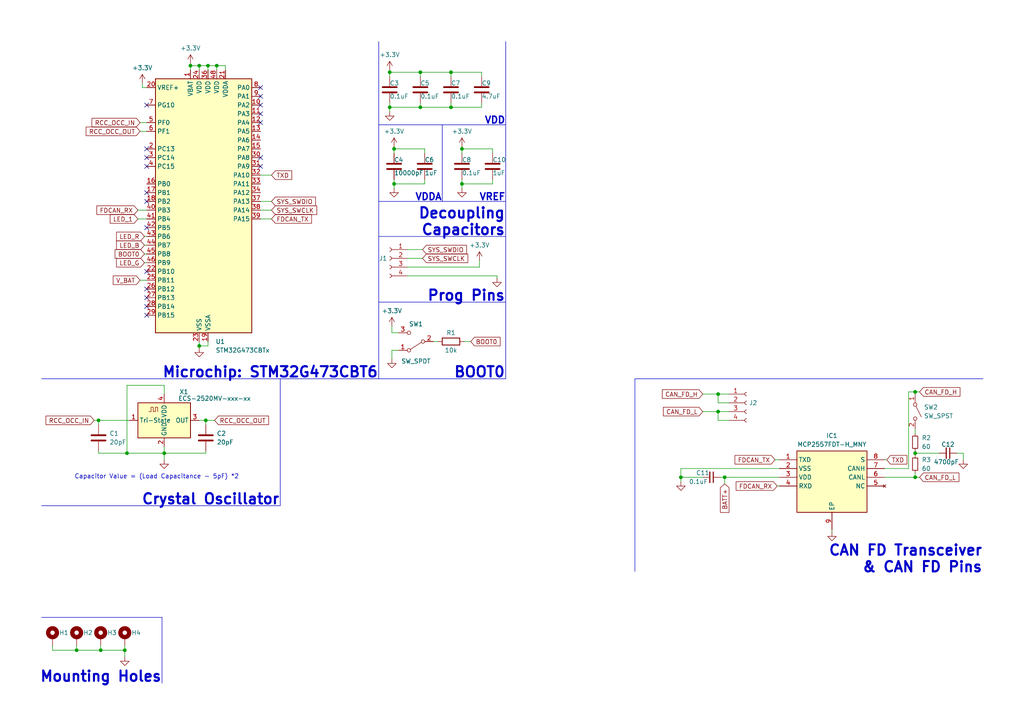
<source format=kicad_sch>
(kicad_sch (version 20230121) (generator eeschema)
  (paper "A4")
  (lib_symbols
    (symbol "Connector:Conn_01x04_Socket" (pin_names (offset 1.016) hide)
      (property "Reference" "J" (at 0 5.08 0))
      (property "Value" "Conn_01x04_Socket" (at 0 -7.62 0))
      (symbol "Conn_01x04_Socket_1_1"
        (arc (start 0 -4.572) (mid -0.5058 -5.08) (end 0 -5.588) (stroke (width 0.1524)))
        (arc (start 0 -2.032) (mid -0.5058 -2.54) (end 0 -3.048) (stroke (width 0.1524)))
        (polyline (pts (xy -1.27 -5.08) (xy -0.508 -5.08)) (stroke (width 0.1524)))
        (polyline (pts (xy -1.27 -2.54) (xy -0.508 -2.54)) (stroke (width 0.1524)))
        (polyline (pts (xy -1.27 0) (xy -0.508 0)) (stroke (width 0.1524)))
        (polyline (pts (xy -1.27 2.54) (xy -0.508 2.54)) (stroke (width 0.1524)))
        (arc (start 0 0.508) (mid -0.5058 0) (end 0 -0.508) (stroke (width 0.1524)))
        (arc (start 0 3.048) (mid -0.5058 2.54) (end 0 2.032) (stroke (width 0.1524)))
        (pin passive line (at -5.08 2.54 0) (length 3.81) (name "Pin_1") (number "1"))
        (pin passive line (at -5.08 0 0) (length 3.81) (name "Pin_2") (number "2"))
        (pin passive line (at -5.08 -2.54 0) (length 3.81) (name "Pin_3") (number "3"))
        (pin passive line (at -5.08 -5.08 0) (length 3.81) (name "Pin_4") (number "4"))
      )
    )
    (symbol "Device:C" (pin_numbers hide) (pin_names (offset 0.254))
      (property "Reference" "C" (at 0.635 2.54 0))
      (property "Value" "C" (at 0.635 -2.54 0))
      (symbol "C_0_1"
        (polyline (pts (xy -2.032 -0.762) (xy 2.032 -0.762)) (stroke (width 0.508)))
        (polyline (pts (xy -2.032 0.762) (xy 2.032 0.762)) (stroke (width 0.508)))
      )
      (symbol "C_1_1"
        (pin passive line (at 0 3.81 270) (length 2.794) (name "~") (number "1"))
        (pin passive line (at 0 -3.81 90) (length 2.794) (name "~") (number "2"))
      )
    )
    (symbol "Device:C_Small" (pin_numbers hide) (pin_names (offset 0.254) hide)
      (property "Reference" "C" (at 0.254 1.778 0))
      (property "Value" "C_Small" (at 0.254 -2.032 0))
      (symbol "C_Small_0_1"
        (polyline (pts (xy -1.524 -0.508) (xy 1.524 -0.508)) (stroke (width 0.3302)))
        (polyline (pts (xy -1.524 0.508) (xy 1.524 0.508)) (stroke (width 0.3048)))
      )
      (symbol "C_Small_1_1"
        (pin passive line (at 0 2.54 270) (length 2.032) (name "~") (number "1"))
        (pin passive line (at 0 -2.54 90) (length 2.032) (name "~") (number "2"))
      )
    )
    (symbol "Device:R" (pin_numbers hide) (pin_names (offset 0))
      (property "Reference" "R" (at 2.032 0 90))
      (property "Value" "R" (at 0 0 90))
      (symbol "R_0_1"
        (rectangle (start -1.016 -2.54) (end 1.016 2.54) (stroke (width 0.254)))
      )
      (symbol "R_1_1"
        (pin passive line (at 0 3.81 270) (length 1.27) (name "~") (number "1"))
        (pin passive line (at 0 -3.81 90) (length 1.27) (name "~") (number "2"))
      )
    )
    (symbol "Device:R_Small" (pin_numbers hide) (pin_names (offset 0.254) hide)
      (property "Reference" "R" (at 0.762 0.508 0))
      (property "Value" "R_Small" (at 0.762 -1.016 0))
      (symbol "R_Small_0_1"
        (rectangle (start -0.762 1.778) (end 0.762 -1.778) (stroke (width 0.2032)))
      )
      (symbol "R_Small_1_1"
        (pin passive line (at 0 2.54 270) (length 0.762) (name "~") (number "1"))
        (pin passive line (at 0 -2.54 90) (length 0.762) (name "~") (number "2"))
      )
    )
    (symbol "MCP2557FDT-H_MNY:MCP2557FDT-H_MNY"
      (property "Reference" "IC" (at 26.67 7.62 0))
      (property "Value" "MCP2557FDT-H_MNY" (at 26.67 5.08 0))
      (symbol "MCP2557FDT-H_MNY_1_1"
        (rectangle (start 5.08 2.54) (end 25.4 -15.24) (stroke (width 0.254)) (fill (type background)))
        (pin passive line (at 0 0 0) (length 5.08) (name "TXD") (number "1"))
        (pin passive line (at 0 -2.54 0) (length 5.08) (name "VSS") (number "2"))
        (pin passive line (at 0 -5.08 0) (length 5.08) (name "VDD") (number "3"))
        (pin passive line (at 0 -7.62 0) (length 5.08) (name "RXD") (number "4"))
        (pin no_connect line (at 30.48 -7.62 180) (length 5.08) (name "NC") (number "5"))
        (pin passive line (at 30.48 -5.08 180) (length 5.08) (name "CANL") (number "6"))
        (pin passive line (at 30.48 -2.54 180) (length 5.08) (name "CANH") (number "7"))
        (pin passive line (at 30.48 0 180) (length 5.08) (name "S") (number "8"))
        (pin passive line (at 15.24 -20.32 90) (length 5.08) (name "EP") (number "9"))
      )
    )
    (symbol "MCU_ST_STM32G4:STM32G473CBTx"
      (property "Reference" "U" (at -12.7 39.37 0))
      (property "Value" "STM32G473CBTx" (at 10.16 39.37 0))
      (symbol "STM32G473CBTx_0_1"
        (rectangle (start -12.7 -35.56) (end 15.24 38.1) (stroke (width 0.254)) (fill (type background)))
      )
      (symbol "STM32G473CBTx_1_1"
        (pin power_in line (at -2.54 40.64 270) (length 2.54) (name "VBAT") (number "1"))
        (pin bidirectional line (at 17.78 30.48 180) (length 2.54) (name "PA2") (number "10"))
        (pin bidirectional line (at 17.78 27.94 180) (length 2.54) (name "PA3") (number "11"))
        (pin bidirectional line (at 17.78 25.4 180) (length 2.54) (name "PA4") (number "12"))
        (pin bidirectional line (at 17.78 22.86 180) (length 2.54) (name "PA5") (number "13"))
        (pin bidirectional line (at 17.78 20.32 180) (length 2.54) (name "PA6") (number "14"))
        (pin bidirectional line (at 17.78 17.78 180) (length 2.54) (name "PA7") (number "15"))
        (pin bidirectional line (at -15.24 7.62 0) (length 2.54) (name "PB0") (number "16"))
        (pin bidirectional line (at -15.24 5.08 0) (length 2.54) (name "PB1") (number "17"))
        (pin bidirectional line (at -15.24 2.54 0) (length 2.54) (name "PB2") (number "18"))
        (pin power_in line (at 2.54 -38.1 90) (length 2.54) (name "VSSA") (number "19"))
        (pin bidirectional line (at -15.24 17.78 0) (length 2.54) (name "PC13") (number "2"))
        (pin input line (at -15.24 35.56 0) (length 2.54) (name "VREF+") (number "20"))
        (pin power_in line (at 7.62 40.64 270) (length 2.54) (name "VDDA") (number "21"))
        (pin bidirectional line (at -15.24 -17.78 0) (length 2.54) (name "PB10") (number "22"))
        (pin power_in line (at 0 -38.1 90) (length 2.54) (name "VSS") (number "23"))
        (pin power_in line (at 0 40.64 270) (length 2.54) (name "VDD") (number "24"))
        (pin bidirectional line (at -15.24 -20.32 0) (length 2.54) (name "PB11") (number "25"))
        (pin bidirectional line (at -15.24 -22.86 0) (length 2.54) (name "PB12") (number "26"))
        (pin bidirectional line (at -15.24 -25.4 0) (length 2.54) (name "PB13") (number "27"))
        (pin bidirectional line (at -15.24 -27.94 0) (length 2.54) (name "PB14") (number "28"))
        (pin bidirectional line (at -15.24 -30.48 0) (length 2.54) (name "PB15") (number "29"))
        (pin bidirectional line (at -15.24 15.24 0) (length 2.54) (name "PC14") (number "3"))
        (pin bidirectional line (at 17.78 15.24 180) (length 2.54) (name "PA8") (number "30"))
        (pin bidirectional line (at 17.78 12.7 180) (length 2.54) (name "PA9") (number "31"))
        (pin bidirectional line (at 17.78 10.16 180) (length 2.54) (name "PA10") (number "32"))
        (pin bidirectional line (at 17.78 7.62 180) (length 2.54) (name "PA11") (number "33"))
        (pin bidirectional line (at 17.78 5.08 180) (length 2.54) (name "PA12") (number "34"))
        (pin passive line (at 0 -38.1 90) (length 2.54) hide (name "VSS") (number "35"))
        (pin power_in line (at 2.54 40.64 270) (length 2.54) (name "VDD") (number "36"))
        (pin bidirectional line (at 17.78 2.54 180) (length 2.54) (name "PA13") (number "37"))
        (pin bidirectional line (at 17.78 0 180) (length 2.54) (name "PA14") (number "38"))
        (pin bidirectional line (at 17.78 -2.54 180) (length 2.54) (name "PA15") (number "39"))
        (pin bidirectional line (at -15.24 12.7 0) (length 2.54) (name "PC15") (number "4"))
        (pin bidirectional line (at -15.24 0 0) (length 2.54) (name "PB3") (number "40"))
        (pin bidirectional line (at -15.24 -2.54 0) (length 2.54) (name "PB4") (number "41"))
        (pin bidirectional line (at -15.24 -5.08 0) (length 2.54) (name "PB5") (number "42"))
        (pin bidirectional line (at -15.24 -7.62 0) (length 2.54) (name "PB6") (number "43"))
        (pin bidirectional line (at -15.24 -10.16 0) (length 2.54) (name "PB7") (number "44"))
        (pin bidirectional line (at -15.24 -12.7 0) (length 2.54) (name "PB8") (number "45"))
        (pin bidirectional line (at -15.24 -15.24 0) (length 2.54) (name "PB9") (number "46"))
        (pin passive line (at 0 -38.1 90) (length 2.54) hide (name "VSS") (number "47"))
        (pin power_in line (at 5.08 40.64 270) (length 2.54) (name "VDD") (number "48"))
        (pin bidirectional line (at -15.24 25.4 0) (length 2.54) (name "PF0") (number "5"))
        (pin bidirectional line (at -15.24 22.86 0) (length 2.54) (name "PF1") (number "6"))
        (pin bidirectional line (at -15.24 30.48 0) (length 2.54) (name "PG10") (number "7"))
        (pin bidirectional line (at 17.78 35.56 180) (length 2.54) (name "PA0") (number "8"))
        (pin bidirectional line (at 17.78 33.02 180) (length 2.54) (name "PA1") (number "9"))
      )
    )
    (symbol "Mechanical:MountingHole_Pad" (pin_numbers hide) (pin_names (offset 1.016) hide)
      (property "Reference" "H" (at 0 6.35 0))
      (property "Value" "MountingHole_Pad" (at 0 4.445 0))
      (symbol "MountingHole_Pad_0_1"
        (circle (center 0 1.27) (radius 1.27) (stroke (width 1.27)))
      )
      (symbol "MountingHole_Pad_1_1"
        (pin input line (at 0 -2.54 90) (length 2.54) (name "1") (number "1"))
      )
    )
    (symbol "Oscillator:ECS-2520MV-xxx-xx"
      (property "Reference" "X" (at -5.08 6.35 0))
      (property "Value" "ECS-2520MV-xxx-xx" (at 1.27 -6.35 0))
      (symbol "ECS-2520MV-xxx-xx_0_1"
        (rectangle (start -7.62 5.08) (end 7.62 -5.08) (stroke (width 0.254)) (fill (type background)))
        (polyline (pts (xy -4.445 2.54) (xy -3.81 2.54) (xy -3.81 3.81) (xy -3.175 3.81) (xy -3.175 2.54) (xy -2.54 2.54) (xy -2.54 3.81) (xy -1.905 3.81) (xy -1.905 2.54)))
      )
      (symbol "ECS-2520MV-xxx-xx_1_1"
        (pin input line (at -10.16 0 0) (length 2.54) (name "Tri-State") (number "1"))
        (pin power_in line (at 0 -7.62 90) (length 2.54) (name "GND") (number "2"))
        (pin output line (at 10.16 0 180) (length 2.54) (name "OUT") (number "3"))
        (pin power_in line (at 0 7.62 270) (length 2.54) (name "VDD") (number "4"))
      )
    )
    (symbol "Switch:SW_SPDT" (pin_names (offset 0) hide)
      (property "Reference" "SW" (at 0 4.318 0))
      (property "Value" "SW_SPDT" (at 0 -5.08 0))
      (symbol "SW_SPDT_0_0"
        (circle (center -2.032 0) (radius 0.508))
        (circle (center 2.032 -2.54) (radius 0.508))
      )
      (symbol "SW_SPDT_0_1"
        (polyline (pts (xy -1.524 0.254) (xy 1.651 2.286)))
        (circle (center 2.032 2.54) (radius 0.508))
      )
      (symbol "SW_SPDT_1_1"
        (pin passive line (at 5.08 2.54 180) (length 2.54) (name "A") (number "1"))
        (pin passive line (at -5.08 0 0) (length 2.54) (name "B") (number "2"))
        (pin passive line (at 5.08 -2.54 180) (length 2.54) (name "C") (number "3"))
      )
    )
    (symbol "Switch:SW_SPST" (pin_names (offset 0) hide)
      (property "Reference" "SW" (at 0 3.175 0))
      (property "Value" "SW_SPST" (at 0 -2.54 0))
      (symbol "SW_SPST_0_0"
        (circle (center -2.032 0) (radius 0.508))
        (polyline (pts (xy -1.524 0.254) (xy 1.524 1.778)))
        (circle (center 2.032 0) (radius 0.508))
      )
      (symbol "SW_SPST_1_1"
        (pin passive line (at -5.08 0 0) (length 2.54) (name "A") (number "1"))
        (pin passive line (at 5.08 0 180) (length 2.54) (name "B") (number "2"))
      )
    )
    (symbol "power:+3.3V" (power) (pin_names (offset 0))
      (property "Value" "+3.3V" (at 0 3.556 0))
      (symbol "+3.3V_0_1"
        (polyline (pts (xy -0.762 1.27) (xy 0 2.54)))
        (polyline (pts (xy 0 0) (xy 0 2.54)))
        (polyline (pts (xy 0 2.54) (xy 0.762 1.27)))
      )
      (symbol "+3.3V_1_1"
        (pin power_in line (at 0 0 90) (length 0) hide (name "+3.3V") (number "1"))
      )
    )
    (symbol "power:GND" (power) (pin_names (offset 0))
      (property "Value" "GND" (at 0 -3.81 0))
      (symbol "GND_0_1"
        (polyline (pts (xy 0 0) (xy 0 -1.27) (xy 1.27 -1.27) (xy 0 -2.54) (xy -1.27 -1.27) (xy 0 -1.27)))
      )
      (symbol "GND_1_1"
        (pin power_in line (at 0 0 270) (length 0) hide (name "GND") (number "1"))
      )
    )
  )
  (junction (at 59.69 121.92))
  (junction (at 121.92 31.115))
  (junction (at 113.03 20.955))
  (junction (at 29.21 188.595))
  (junction (at 36.83 131.445))
  (junction (at 197.485 138.43))
  (junction (at 208.28 119.38))
  (junction (at 28.575 121.92))
  (junction (at 130.81 20.955))
  (junction (at 57.785 19.05))
  (junction (at 22.225 188.595))
  (junction (at 133.985 43.18))
  (junction (at 210.185 138.43))
  (junction (at 265.43 138.43))
  (junction (at 55.245 19.05))
  (junction (at 265.43 131.445))
  (junction (at 57.785 100.33))
  (junction (at 47.625 131.445))
  (junction (at 121.92 20.955))
  (junction (at 36.195 188.595))
  (junction (at 113.03 31.115))
  (junction (at 265.43 113.665))
  (junction (at 114.3 53.34))
  (junction (at 208.28 114.3))
  (junction (at 62.865 19.05))
  (junction (at 114.3 43.18))
  (junction (at 60.325 19.05))
  (junction (at 133.985 53.34))
  (junction (at 130.81 31.115))
  (no_connect (at 42.545 86.36))
  (no_connect (at 42.545 45.72))
  (no_connect (at 42.545 58.42))
  (no_connect (at 42.545 78.74))
  (no_connect (at 75.565 25.4))
  (no_connect (at 42.545 83.82))
  (no_connect (at 75.565 27.94))
  (no_connect (at 42.545 91.44))
  (no_connect (at 42.545 55.88))
  (no_connect (at 75.565 30.48))
  (no_connect (at 75.565 33.02))
  (no_connect (at 42.545 43.18))
  (no_connect (at 42.545 66.04))
  (no_connect (at 42.545 30.48))
  (no_connect (at 75.565 35.56))
  (no_connect (at 75.565 48.26))
  (no_connect (at 42.545 48.26))
  (no_connect (at 42.545 88.9))
  (no_connect (at 75.565 45.72))
  (wire (pts (xy 142.875 52.07) (xy 142.875 53.34)))
  (wire (pts (xy 226.06 140.97) (xy 225.425 140.97)))
  (wire (pts (xy 114.3 42.545) (xy 114.3 43.18)))
  (wire (pts (xy 47.625 114.3) (xy 47.625 111.76)))
  (wire (pts (xy 62.23 121.92) (xy 59.69 121.92)))
  (wire (pts (xy 59.69 123.19) (xy 59.69 121.92)))
  (wire (pts (xy 265.43 131.445) (xy 265.43 132.08)))
  (wire (pts (xy 203.835 138.43) (xy 197.485 138.43)))
  (wire (pts (xy 60.325 100.33) (xy 57.785 100.33)))
  (wire (pts (xy 36.195 188.595) (xy 36.195 190.5)))
  (wire (pts (xy 226.06 138.43) (xy 210.185 138.43)))
  (wire (pts (xy 139.7 29.845) (xy 139.7 31.115)))
  (wire (pts (xy 113.665 94.615) (xy 113.665 96.52)))
  (wire (pts (xy 78.74 63.5) (xy 75.565 63.5)))
  (wire (pts (xy 41.91 68.58) (xy 42.545 68.58)))
  (wire (pts (xy 122.555 74.93) (xy 118.11 74.93)))
  (wire (pts (xy 265.43 131.445) (xy 272.415 131.445)))
  (wire (pts (xy 130.81 31.115) (xy 121.92 31.115)))
  (wire (pts (xy 226.06 135.89) (xy 197.485 135.89)))
  (wire (pts (xy 263.525 113.665) (xy 265.43 113.665)))
  (wire (pts (xy 139.065 75.565) (xy 139.065 77.47)))
  (wire (pts (xy 28.575 121.92) (xy 37.465 121.92)))
  (wire (pts (xy 130.81 20.955) (xy 121.92 20.955)))
  (polyline (pts (xy 109.855 68.58) (xy 146.685 68.58)))
  (wire (pts (xy 57.785 100.33) (xy 57.785 100.965)))
  (wire (pts (xy 197.485 135.89) (xy 197.485 138.43)))
  (wire (pts (xy 113.03 29.845) (xy 113.03 31.115)))
  (wire (pts (xy 55.245 19.05) (xy 55.245 20.32)))
  (polyline (pts (xy 109.855 12.065) (xy 109.855 109.855)))
  (wire (pts (xy 57.785 99.06) (xy 57.785 100.33)))
  (wire (pts (xy 113.03 20.32) (xy 113.03 20.955)))
  (polyline (pts (xy 128.27 36.195) (xy 128.27 58.42)))
  (wire (pts (xy 256.54 133.35) (xy 257.175 133.35)))
  (wire (pts (xy 36.195 187.325) (xy 36.195 188.595)))
  (wire (pts (xy 29.21 188.595) (xy 36.195 188.595)))
  (polyline (pts (xy 46.99 198.12) (xy 46.99 179.07)))
  (wire (pts (xy 211.455 119.38) (xy 208.28 119.38)))
  (wire (pts (xy 28.575 130.81) (xy 28.575 131.445)))
  (wire (pts (xy 130.81 29.845) (xy 130.81 31.115)))
  (wire (pts (xy 256.54 135.89) (xy 263.525 135.89)))
  (wire (pts (xy 41.91 71.12) (xy 42.545 71.12)))
  (wire (pts (xy 60.325 99.06) (xy 60.325 100.33)))
  (wire (pts (xy 127 99.06) (xy 125.73 99.06)))
  (polyline (pts (xy 184.15 109.855) (xy 285.115 109.855)))
  (wire (pts (xy 123.19 43.18) (xy 114.3 43.18)))
  (polyline (pts (xy 109.855 58.42) (xy 146.685 58.42)))
  (wire (pts (xy 40.64 38.1) (xy 42.545 38.1)))
  (wire (pts (xy 208.28 116.84) (xy 208.28 114.3)))
  (wire (pts (xy 130.81 20.955) (xy 130.81 22.225)))
  (wire (pts (xy 114.3 52.07) (xy 114.3 53.34)))
  (wire (pts (xy 265.43 138.43) (xy 265.43 137.16)))
  (wire (pts (xy 40.64 35.56) (xy 42.545 35.56)))
  (polyline (pts (xy 146.685 87.63) (xy 109.855 87.63)))
  (wire (pts (xy 36.83 131.445) (xy 47.625 131.445)))
  (wire (pts (xy 113.03 31.115) (xy 113.03 32.385)))
  (wire (pts (xy 210.185 140.335) (xy 210.185 138.43)))
  (wire (pts (xy 78.74 50.8) (xy 75.565 50.8)))
  (wire (pts (xy 256.54 138.43) (xy 265.43 138.43)))
  (wire (pts (xy 133.985 53.34) (xy 133.985 54.61)))
  (wire (pts (xy 208.915 138.43) (xy 210.185 138.43)))
  (wire (pts (xy 142.875 43.18) (xy 133.985 43.18)))
  (wire (pts (xy 47.625 129.54) (xy 47.625 131.445)))
  (wire (pts (xy 115.57 101.6) (xy 113.665 101.6)))
  (polyline (pts (xy 109.855 36.195) (xy 146.685 36.195)))
  (wire (pts (xy 28.575 123.19) (xy 28.575 121.92)))
  (wire (pts (xy 122.555 72.39) (xy 118.11 72.39)))
  (wire (pts (xy 121.92 31.115) (xy 113.03 31.115)))
  (wire (pts (xy 113.665 101.6) (xy 113.665 104.14)))
  (wire (pts (xy 203.835 119.38) (xy 208.28 119.38)))
  (wire (pts (xy 197.485 138.43) (xy 197.485 139.7)))
  (wire (pts (xy 57.785 19.05) (xy 57.785 20.32)))
  (polyline (pts (xy 12.065 109.855) (xy 109.855 109.855)))
  (wire (pts (xy 203.835 114.3) (xy 208.28 114.3)))
  (wire (pts (xy 123.19 53.34) (xy 114.3 53.34)))
  (wire (pts (xy 133.985 43.18) (xy 133.985 44.45)))
  (wire (pts (xy 41.275 24.13) (xy 41.275 25.4)))
  (wire (pts (xy 40.64 81.28) (xy 42.545 81.28)))
  (polyline (pts (xy 12.065 146.685) (xy 81.28 146.685)))
  (wire (pts (xy 114.3 43.18) (xy 114.3 44.45)))
  (polyline (pts (xy 184.15 165.735) (xy 184.15 109.855)))
  (wire (pts (xy 265.43 138.43) (xy 266.7 138.43)))
  (wire (pts (xy 114.3 53.34) (xy 114.3 54.61)))
  (wire (pts (xy 136.525 99.06) (xy 134.62 99.06)))
  (wire (pts (xy 15.24 188.595) (xy 22.225 188.595)))
  (wire (pts (xy 277.495 131.445) (xy 279.4 131.445)))
  (wire (pts (xy 211.455 121.92) (xy 208.28 121.92)))
  (wire (pts (xy 133.985 52.07) (xy 133.985 53.34)))
  (wire (pts (xy 59.69 130.81) (xy 59.69 131.445)))
  (wire (pts (xy 121.92 20.955) (xy 121.92 22.225)))
  (wire (pts (xy 142.875 43.18) (xy 142.875 44.45)))
  (wire (pts (xy 41.275 25.4) (xy 42.545 25.4)))
  (wire (pts (xy 139.7 31.115) (xy 130.81 31.115)))
  (wire (pts (xy 121.92 29.845) (xy 121.92 31.115)))
  (wire (pts (xy 29.21 187.325) (xy 29.21 188.595)))
  (wire (pts (xy 78.74 58.42) (xy 75.565 58.42)))
  (wire (pts (xy 139.7 20.955) (xy 130.81 20.955)))
  (polyline (pts (xy 146.685 12.065) (xy 146.685 109.855)))
  (polyline (pts (xy 81.28 146.685) (xy 81.28 109.855)))
  (wire (pts (xy 59.69 121.92) (xy 57.785 121.92)))
  (wire (pts (xy 113.665 96.52) (xy 115.57 96.52)))
  (wire (pts (xy 55.245 18.415) (xy 55.245 19.05)))
  (wire (pts (xy 27.305 121.92) (xy 28.575 121.92)))
  (wire (pts (xy 40.005 63.5) (xy 42.545 63.5)))
  (wire (pts (xy 144.145 80.645) (xy 144.145 80.01)))
  (wire (pts (xy 133.985 42.545) (xy 133.985 43.18)))
  (wire (pts (xy 113.03 20.955) (xy 113.03 22.225)))
  (wire (pts (xy 65.405 20.32) (xy 65.405 19.05)))
  (wire (pts (xy 226.06 133.35) (xy 224.79 133.35)))
  (wire (pts (xy 57.785 19.05) (xy 55.245 19.05)))
  (wire (pts (xy 41.91 73.66) (xy 42.545 73.66)))
  (wire (pts (xy 265.43 131.445) (xy 265.43 130.81)))
  (wire (pts (xy 60.325 19.05) (xy 60.325 20.32)))
  (wire (pts (xy 47.625 111.76) (xy 36.83 111.76)))
  (wire (pts (xy 123.19 52.07) (xy 123.19 53.34)))
  (wire (pts (xy 208.28 121.92) (xy 208.28 119.38)))
  (wire (pts (xy 139.7 22.225) (xy 139.7 20.955)))
  (wire (pts (xy 59.69 131.445) (xy 47.625 131.445)))
  (wire (pts (xy 265.43 113.665) (xy 266.7 113.665)))
  (wire (pts (xy 65.405 19.05) (xy 62.865 19.05)))
  (wire (pts (xy 36.83 111.76) (xy 36.83 131.445)))
  (wire (pts (xy 41.91 76.2) (xy 42.545 76.2)))
  (wire (pts (xy 279.4 131.445) (xy 279.4 133.35)))
  (wire (pts (xy 144.145 80.01) (xy 118.11 80.01)))
  (wire (pts (xy 47.625 131.445) (xy 47.625 133.35)))
  (wire (pts (xy 118.11 77.47) (xy 139.065 77.47)))
  (wire (pts (xy 241.3 154.305) (xy 241.3 153.67)))
  (wire (pts (xy 265.43 113.665) (xy 265.43 114.3)))
  (wire (pts (xy 36.83 131.445) (xy 28.575 131.445)))
  (wire (pts (xy 15.24 187.325) (xy 15.24 188.595)))
  (wire (pts (xy 211.455 114.3) (xy 208.28 114.3)))
  (wire (pts (xy 40.005 60.96) (xy 42.545 60.96)))
  (wire (pts (xy 62.865 19.05) (xy 60.325 19.05)))
  (wire (pts (xy 22.225 188.595) (xy 29.21 188.595)))
  (wire (pts (xy 265.43 124.46) (xy 265.43 125.73)))
  (polyline (pts (xy 12.065 179.07) (xy 46.99 179.07)))
  (wire (pts (xy 60.325 19.05) (xy 57.785 19.05)))
  (wire (pts (xy 22.225 187.325) (xy 22.225 188.595)))
  (wire (pts (xy 211.455 116.84) (xy 208.28 116.84)))
  (wire (pts (xy 62.865 19.05) (xy 62.865 20.32)))
  (wire (pts (xy 123.19 43.18) (xy 123.19 44.45)))
  (wire (pts (xy 263.525 113.665) (xy 263.525 135.89)))
  (wire (pts (xy 78.74 60.96) (xy 75.565 60.96)))
  (wire (pts (xy 142.875 53.34) (xy 133.985 53.34)))
  (polyline (pts (xy 146.685 109.855) (xy 109.855 109.855)))
  (wire (pts (xy 121.92 20.955) (xy 113.03 20.955)))
  (text "CAN FD Transceiver\n& CAN FD Pins" (at 285.115 166.37 0) (effects (font (size 3 3) (thickness 0.6) bold) (justify right bottom)))
  (text "Microchip: STM32G473CBT6" (at 109.855 109.855 0) (effects (font (size 3 3) (thickness 0.6) bold) (justify right bottom)))
  (text "Crystal Oscillator" (at 81.28 146.685 0) (effects (font (size 3 3) (thickness 0.6) bold) (justify right bottom)))
  (text "Mounting Holes" (at 11.43 198.12 0) (effects (font (size 3 3) (thickness 0.6) bold) (justify left bottom)))
  (text "VREF" (at 146.685 58.42 0) (effects (font (size 2 2) (thickness 0.4) bold) (justify right bottom)))
  (text "VDDA" (at 128.27 58.42 0) (effects (font (size 2 2) (thickness 0.4) bold) (justify right bottom)))
  (text "BOOT0" (at 146.685 109.855 0) (effects (font (size 3 3) (thickness 0.6) bold) (justify right bottom)))
  (text "Decoupling\nCapacitors" (at 146.685 68.58 0) (effects (font (size 3 3) (thickness 0.6) bold) (justify right bottom)))
  (text "Capacitor Value = (Load Capacitance - 5pF) *2" (at 21.59 139.065 0) (effects (font (size 1.27 1.27)) (justify left bottom)))
  (text "VDD" (at 146.685 36.195 0) (effects (font (size 2 2) (thickness 0.4) bold) (justify right bottom)))
  (text "Prog Pins" (at 146.685 87.63 0) (effects (font (size 3 3) (thickness 0.6) bold) (justify right bottom)))
  (global_label "RCC_OCC_IN" (shape input) (at 40.64 35.56 180) (property "Intersheetrefs" "${INTERSHEET_REFS}" (effects hide)))
  (global_label "FDCAN_RX" (shape input) (at 225.425 140.97 180) (property "Intersheetrefs" "${INTERSHEET_REFS}" (effects hide)))
  (global_label "LED_B" (shape input) (at 41.91 71.12 180) (property "Intersheetrefs" "${INTERSHEET_REFS}" (effects hide)))
  (global_label "SYS_SWDIO" (shape input) (at 122.555 72.39 0) (property "Intersheetrefs" "${INTERSHEET_REFS}" (effects hide)))
  (global_label "TXD" (shape input) (at 78.74 50.8 0) (property "Intersheetrefs" "${INTERSHEET_REFS}" (effects hide)))
  (global_label "BOOT0" (shape input) (at 136.525 99.06 0) (property "Intersheetrefs" "${INTERSHEET_REFS}" (effects hide)))
  (global_label "SYS_SWCLK" (shape input) (at 78.74 60.96 0) (property "Intersheetrefs" "${INTERSHEET_REFS}" (effects hide)))
  (global_label "FDCAN_TX" (shape input) (at 78.74 63.5 0) (property "Intersheetrefs" "${INTERSHEET_REFS}" (effects hide)))
  (global_label "BATT+" (shape input) (at 210.185 140.335 270) (property "Intersheetrefs" "${INTERSHEET_REFS}" (effects hide)))
  (global_label "RCC_OCC_OUT" (shape input) (at 40.64 38.1 180) (property "Intersheetrefs" "${INTERSHEET_REFS}" (effects hide)))
  (global_label "BOOT0" (shape input) (at 41.91 73.66 180) (property "Intersheetrefs" "${INTERSHEET_REFS}" (effects hide)))
  (global_label "FDCAN_RX" (shape input) (at 40.005 60.96 180) (property "Intersheetrefs" "${INTERSHEET_REFS}" (effects hide)))
  (global_label "CAN_FD_H" (shape input) (at 266.7 113.665 0) (property "Intersheetrefs" "${INTERSHEET_REFS}" (effects hide)))
  (global_label "FDCAN_TX" (shape input) (at 224.79 133.35 180) (property "Intersheetrefs" "${INTERSHEET_REFS}" (effects hide)))
  (global_label "LED_R" (shape input) (at 41.91 68.58 180) (property "Intersheetrefs" "${INTERSHEET_REFS}" (effects hide)))
  (global_label "LED_1" (shape input) (at 40.005 63.5 180) (property "Intersheetrefs" "${INTERSHEET_REFS}" (effects hide)))
  (global_label "CAN_FD_H" (shape input) (at 203.835 114.3 180) (property "Intersheetrefs" "${INTERSHEET_REFS}" (effects hide)))
  (global_label "SYS_SWDIO" (shape input) (at 78.74 58.42 0) (property "Intersheetrefs" "${INTERSHEET_REFS}" (effects hide)))
  (global_label "CAN_FD_L" (shape input) (at 203.835 119.38 180) (property "Intersheetrefs" "${INTERSHEET_REFS}" (effects hide)))
  (global_label "LED_G" (shape input) (at 41.91 76.2 180) (property "Intersheetrefs" "${INTERSHEET_REFS}" (effects hide)))
  (global_label "SYS_SWCLK" (shape input) (at 122.555 74.93 0) (property "Intersheetrefs" "${INTERSHEET_REFS}" (effects hide)))
  (global_label "RCC_OCC_OUT" (shape input) (at 62.23 121.92 0) (property "Intersheetrefs" "${INTERSHEET_REFS}" (effects hide)))
  (global_label "V_BAT" (shape input) (at 40.64 81.28 180) (property "Intersheetrefs" "${INTERSHEET_REFS}" (effects hide)))
  (global_label "CAN_FD_L" (shape input) (at 266.7 138.43 0) (property "Intersheetrefs" "${INTERSHEET_REFS}" (effects hide)))
  (global_label "RCC_OCC_IN" (shape input) (at 27.305 121.92 180) (property "Intersheetrefs" "${INTERSHEET_REFS}" (effects hide)))
  (global_label "TXD" (shape input) (at 257.175 133.35 0) (property "Intersheetrefs" "${INTERSHEET_REFS}" (effects hide)))
  (symbol (lib_id "power:GND") (at 197.485 139.7 0) (unit 1)
    (property "Reference" "#PWR016" (effects hide))
    (property "Value" "GND" (effects hide))
  )
  (symbol (lib_id "power:GND") (at 57.785 100.965 0) (unit 1)
    (property "Reference" "#PWR06" (effects hide))
    (property "Value" "GND" (effects hide))
  )
  (symbol (lib_id "power:GND") (at 36.195 190.5 0) (unit 1)
    (property "Reference" "#PWR015" (effects hide))
    (property "Value" "GND" (effects hide))
  )
  (symbol (lib_id "Device:C") (at 28.575 127 0) (unit 1)
    (property "Reference" "C1" (at 31.75 125.73 0) (effects (justify left)))
    (property "Value" "20pF" (at 31.75 128.27 0) (effects (justify left)))
    (property "Footprint" "Capacitor_SMD:C_0402_1005Metric" (effects hide))
  )
  (symbol (lib_id "power:GND") (at 133.985 54.61 0) (unit 1)
    (property "Reference" "#PWR012" (effects hide))
    (property "Value" "GND" (effects hide))
  )
  (symbol (lib_id "Mechanical:MountingHole_Pad") (at 29.21 184.785 0) (unit 1)
    (property "Reference" "H3" (at 31.115 183.515 0) (effects (justify left)))
    (property "Value" "MountingHole_Pad" (effects hide))
    (property "Footprint" "MountingHole:MountingHole_2.2mm_M2_ISO7380_Pad" (effects hide))
  )
  (symbol (lib_id "power:GND") (at 114.3 54.61 0) (unit 1)
    (property "Reference" "#PWR010" (effects hide))
    (property "Value" "GND" (effects hide))
  )
  (symbol (lib_id "Switch:SW_SPDT") (at 120.65 99.06 180) (unit 1)
    (property "Reference" "SW1" (at 120.65 93.98 0))
    (property "Value" "SW_SPDT" (at 120.65 104.775 0))
    (property "Footprint" "Jumper:SolderJumper-3_P1.3mm_Open_RoundedPad1.0x1.5mm_NumberLabels" (effects hide))
  )
  (symbol (lib_id "power:GND") (at 144.145 80.645 0) (unit 1)
    (property "Reference" "#PWR014" (effects hide))
    (property "Value" "GND" (effects hide))
  )
  (symbol (lib_id "Mechanical:MountingHole_Pad") (at 22.225 184.785 0) (unit 1)
    (property "Reference" "H2" (at 24.13 183.515 0) (effects (justify left)))
    (property "Value" "MountingHole_Pad" (effects hide))
    (property "Footprint" "MountingHole:MountingHole_2.2mm_M2_ISO7380_Pad" (effects hide))
  )
  (symbol (lib_id "Connector:Conn_01x04_Socket") (at 113.03 74.93 0) (mirror y) (unit 1)
    (property "Reference" "J1" (at 111.125 74.93 0))
    (property "Value" "Conn_01x04_Socket" (effects hide))
    (property "Footprint" "Connector_PinHeader_2.54mm:PinHeader_1x04_P2.54mm_Vertical" (effects hide))
  )
  (symbol (lib_id "Device:C") (at 139.7 26.035 0) (unit 1)
    (property "Reference" "C9" (at 139.7 24.13 0) (effects (justify left)))
    (property "Value" "4.7uF" (at 139.7 27.94 0) (effects (justify left)))
    (property "Footprint" "Capacitor_SMD:C_0603_1608Metric" (effects hide))
  )
  (symbol (lib_id "power:+3.3V") (at 113.665 94.615 0) (unit 1)
    (property "Reference" "#PWR01" (effects hide))
    (property "Value" "+3.3V" (at 113.665 90.17 0))
  )
  (symbol (lib_id "MCU_ST_STM32G4:STM32G473CBTx") (at 57.785 60.96 0) (unit 1)
    (property "Reference" "U1" (at 62.5191 99.06 0) (effects (justify left)))
    (property "Value" "STM32G473CBTx" (at 62.5191 101.6 0) (effects (justify left)))
    (property "Footprint" "Package_QFP:LQFP-48_7x7mm_P0.5mm" (effects hide))
    (property "Datasheet" "https://www.st.com/resource/en/datasheet/stm32g473cb.pdf" (effects hide))
  )
  (symbol (lib_id "Device:C") (at 121.92 26.035 0) (unit 1)
    (property "Reference" "C5" (at 121.92 24.13 0) (effects (justify left)))
    (property "Value" "0.1uF" (at 121.92 27.94 0) (effects (justify left)))
    (property "Footprint" "Capacitor_SMD:C_0402_1005Metric" (effects hide))
  )
  (symbol (lib_id "Device:C") (at 59.69 127 0) (unit 1)
    (property "Reference" "C2" (at 62.865 125.73 0) (effects (justify left)))
    (property "Value" "20pF" (at 62.865 128.27 0) (effects (justify left)))
    (property "Footprint" "Capacitor_SMD:C_0402_1005Metric" (effects hide))
  )
  (symbol (lib_id "Device:C") (at 130.81 26.035 0) (unit 1)
    (property "Reference" "C7" (at 130.81 24.13 0) (effects (justify left)))
    (property "Value" "0.1uF" (at 130.81 27.94 0) (effects (justify left)))
    (property "Footprint" "Capacitor_SMD:C_0402_1005Metric" (effects hide))
  )
  (symbol (lib_id "power:GND") (at 279.4 133.35 0) (unit 1)
    (property "Reference" "#PWR018" (effects hide))
    (property "Value" "GND" (effects hide))
  )
  (symbol (lib_id "Mechanical:MountingHole_Pad") (at 36.195 184.785 0) (unit 1)
    (property "Reference" "H4" (at 38.1 183.515 0) (effects (justify left)))
    (property "Value" "MountingHole_Pad" (effects hide))
    (property "Footprint" "MountingHole:MountingHole_2.2mm_M2_ISO7380_Pad" (effects hide))
  )
  (symbol (lib_id "Device:C") (at 113.03 26.035 0) (unit 1)
    (property "Reference" "C3" (at 113.03 24.13 0) (effects (justify left)))
    (property "Value" "0.1uF" (at 113.03 27.94 0) (effects (justify left)))
    (property "Footprint" "Capacitor_SMD:C_0402_1005Metric" (effects hide))
  )
  (symbol (lib_id "Mechanical:MountingHole_Pad") (at 15.24 184.785 0) (unit 1)
    (property "Reference" "H1" (at 17.145 183.515 0) (effects (justify left)))
    (property "Value" "MountingHole_Pad" (effects hide))
    (property "Footprint" "MountingHole:MountingHole_2.2mm_M2_ISO7380_Pad" (effects hide))
  )
  (symbol (lib_id "Device:R_Small") (at 265.43 128.27 0) (unit 1)
    (property "Reference" "R2" (at 267.335 127 0) (effects (justify left)))
    (property "Value" "60" (at 267.335 129.54 0) (effects (justify left)))
    (property "Footprint" "Resistor_SMD:R_0805_2012Metric" (effects hide))
  )
  (symbol (lib_id "Device:C") (at 133.985 48.26 0) (unit 1)
    (property "Reference" "C8" (at 133.985 46.355 0) (effects (justify left)))
    (property "Value" "0.1uF" (at 133.985 50.165 0) (effects (justify left)))
    (property "Footprint" "Capacitor_SMD:C_0402_1005Metric" (effects hide))
  )
  (symbol (lib_id "Device:R_Small") (at 265.43 134.62 0) (unit 1)
    (property "Reference" "R3" (at 267.335 133.35 0) (effects (justify left)))
    (property "Value" "60" (at 267.335 135.89 0) (effects (justify left)))
    (property "Footprint" "Resistor_SMD:R_0805_2012Metric" (effects hide))
  )
  (symbol (lib_id "power:+3.3V") (at 139.065 75.565 0) (unit 1)
    (property "Reference" "#PWR013" (effects hide))
    (property "Value" "+3.3V" (at 139.065 71.12 0))
  )
  (symbol (lib_id "Device:C") (at 142.875 48.26 0) (unit 1)
    (property "Reference" "C10" (at 142.875 46.355 0) (effects (justify left)))
    (property "Value" "1uF" (at 142.875 50.165 0) (effects (justify left)))
    (property "Footprint" "Capacitor_SMD:C_0603_1608Metric" (effects hide))
  )
  (symbol (lib_id "Device:R") (at 130.81 99.06 90) (unit 1)
    (property "Reference" "R1" (at 130.81 96.52 90))
    (property "Value" "10k" (at 130.81 101.6 90))
    (property "Footprint" "Resistor_SMD:R_0402_1005Metric" (effects hide))
  )
  (symbol (lib_id "power:+3.3V") (at 133.985 42.545 0) (unit 1)
    (property "Reference" "#PWR011" (effects hide))
    (property "Value" "+3.3V" (at 133.985 38.1 0))
  )
  (symbol (lib_id "Device:C") (at 123.19 48.26 0) (unit 1)
    (property "Reference" "C6" (at 123.19 46.355 0) (effects (justify left)))
    (property "Value" "1uF" (at 123.19 50.165 0) (effects (justify left)))
    (property "Footprint" "Capacitor_SMD:C_0603_1608Metric" (effects hide))
  )
  (symbol (lib_id "Switch:SW_SPST") (at 265.43 119.38 270) (unit 1)
    (property "Reference" "SW2" (at 267.97 118.11 90) (effects (justify left)))
    (property "Value" "SW_SPST" (at 267.97 120.65 90) (effects (justify left)))
    (property "Footprint" "Jumper:SolderJumper-2_P1.3mm_Open_RoundedPad1.0x1.5mm" (effects hide))
  )
  (symbol (lib_id "power:GND") (at 47.625 133.35 0) (unit 1)
    (property "Reference" "#PWR04" (effects hide))
    (property "Value" "GND" (effects hide))
  )
  (symbol (lib_id "Device:C_Small") (at 206.375 138.43 270) (unit 1)
    (property "Reference" "C11" (at 203.835 137.16 90))
    (property "Value" "0.1uF" (at 202.565 139.7 90))
    (property "Footprint" "Capacitor_SMD:C_0402_1005Metric" (effects hide))
  )
  (symbol (lib_id "Oscillator:ECS-2520MV-xxx-xx") (at 47.625 121.92 0) (unit 1)
    (property "Reference" "X1" (at 53.34 113.665 0))
    (property "Value" "ECS-2520MV-xxx-xx" (at 62.23 115.57 0))
    (property "Footprint" "Oscillator:Oscillator_SMD_ECS_2520MV-xxx-xx-4Pin_2.5x2.0mm" (effects hide))
    (property "Datasheet" "https://www.ecsxtal.com/store/pdf/ECS-2520MV.pdf" (effects hide))
  )
  (symbol (lib_id "Device:C_Small") (at 274.955 131.445 270) (unit 1)
    (property "Reference" "C12" (at 274.955 128.905 90))
    (property "Value" "4700pF " (at 274.955 133.985 90))
    (property "Footprint" "Capacitor_SMD:C_0402_1005Metric" (effects hide))
  )
  (symbol (lib_id "power:+3.3V") (at 55.245 18.415 0) (unit 1)
    (property "Reference" "#PWR05" (effects hide))
    (property "Value" "+3.3V" (at 55.245 13.97 0))
  )
  (symbol (lib_id "power:+3.3V") (at 41.275 24.13 0) (unit 1)
    (property "Reference" "#PWR03" (effects hide))
    (property "Value" "+3.3V" (at 41.275 19.685 0))
  )
  (symbol (lib_id "power:GND") (at 113.03 32.385 0) (unit 1)
    (property "Reference" "#PWR08" (effects hide))
    (property "Value" "GND" (effects hide))
  )
  (symbol (lib_id "power:GND") (at 113.665 104.14 0) (unit 1)
    (property "Reference" "#PWR02" (effects hide))
    (property "Value" "GND" (effects hide))
  )
  (symbol (lib_id "power:GND") (at 241.3 154.305 0) (unit 1)
    (property "Reference" "#PWR017" (effects hide))
    (property "Value" "GND" (effects hide))
  )
  (symbol (lib_id "power:+3.3V") (at 113.03 20.32 0) (unit 1)
    (property "Reference" "#PWR07" (effects hide))
    (property "Value" "+3.3V" (at 113.03 15.875 0))
  )
  (symbol (lib_id "Connector:Conn_01x04_Socket") (at 216.535 116.84 0) (unit 1)
    (property "Reference" "J2" (at 218.44 116.84 0))
    (property "Value" "Conn_01x04_Socket" (effects hide))
    (property "Footprint" "Connector_PinHeader_2.54mm:PinHeader_1x04_P2.54mm_Vertical" (effects hide))
  )
  (symbol (lib_id "power:+3.3V") (at 114.3 42.545 0) (unit 1)
    (property "Reference" "#PWR09" (effects hide))
    (property "Value" "+3.3V" (at 114.3 38.1 0))
  )
  (symbol (lib_id "MCP2557FDT-H_MNY:MCP2557FDT-H_MNY") (at 226.06 133.35 0) (unit 1)
    (property "Reference" "IC1" (at 241.3 126.365 0))
    (property "Value" "MCP2557FDT-H_MNY" (at 241.3 128.905 0))
    (property "Footprint" "MCP2557FDT-H_MNY:SON50P300X200X80-9N-D" (effects hide))
    (property "Datasheet" "https://ww1.microchip.com/downloads/en/DeviceDoc/20005533A.pdf" (effects hide))
    (property "Height" "0.8" (effects hide))
    (property "Mouser Part Number" "579-MCP2557FDT-H/MNY" (effects hide))
    (property "Mouser Price/Stock" "https://www.mouser.co.uk/ProductDetail/Microchip-Technology/MCP2557FDT-H-MNY?qs=ZEMkBHnybRFF6gNsp0dI%2FA%3D%3D" (effects hide))
    (property "Manufacturer_Name" "Microchip" (effects hide))
    (property "Manufacturer_Part_Number" "MCP2557FDT-H/MNY" (effects hide))
  )
  (symbol (lib_id "Device:C") (at 114.3 48.26 0) (unit 1)
    (property "Reference" "C4" (at 114.3 46.355 0) (effects (justify left)))
    (property "Value" "10000pF" (at 114.3 50.165 0) (effects (justify left)))
    (property "Footprint" "Capacitor_SMD:C_0402_1005Metric" (effects hide))
  )
)
</source>
